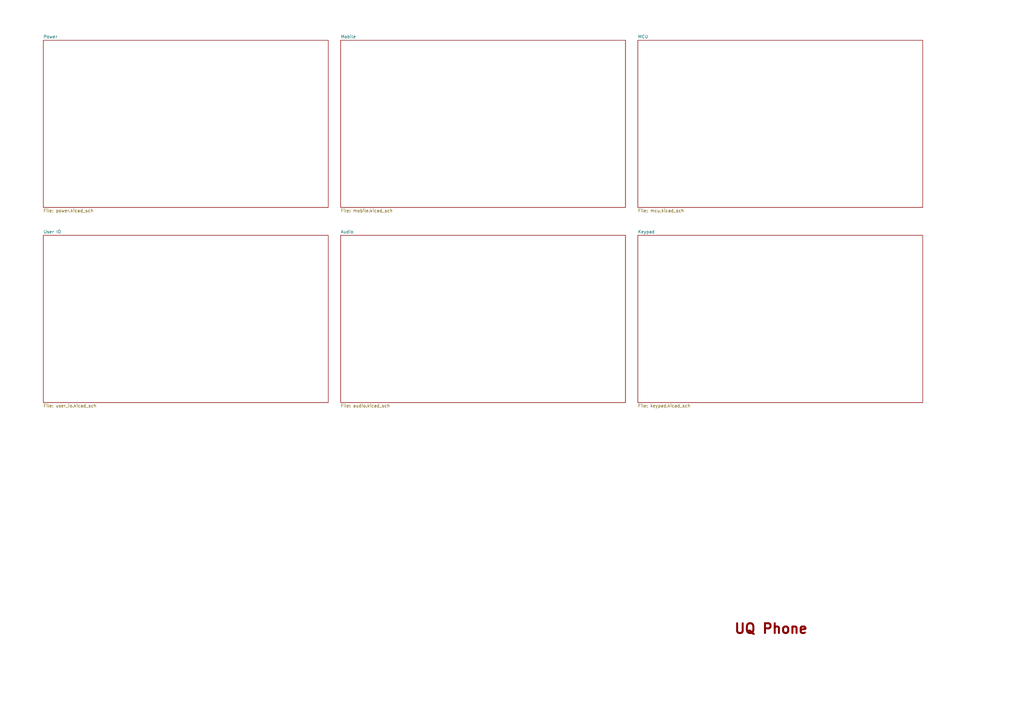
<source format=kicad_sch>
(kicad_sch
	(version 20250114)
	(generator "eeschema")
	(generator_version "9.0")
	(uuid "14f57415-6807-40a5-bb38-3cb818a2cdae")
	(paper "A3")
	(title_block
		(title "UQ Phone")
		(date "2025-09-05")
		(rev "0.2.0")
		(company "The University of Queensland")
		(comment 1 "James Wood")
	)
	(lib_symbols)
	(text "UQ Phone"
		(exclude_from_sim no)
		(at 316.23 258.064 0)
		(effects
			(font
				(size 4 4)
				(thickness 0.8)
				(bold yes)
				(color 132 0 0 1)
			)
		)
		(uuid "acdc222a-867b-4c3c-9464-18ed378f936c")
	)
	(sheet
		(at 17.78 96.52)
		(size 116.84 68.58)
		(exclude_from_sim no)
		(in_bom yes)
		(on_board yes)
		(dnp no)
		(fields_autoplaced yes)
		(stroke
			(width 0.1524)
			(type solid)
		)
		(fill
			(color 0 0 0 0.0000)
		)
		(uuid "3e1644a6-29e0-4613-bdce-8513434c26aa")
		(property "Sheetname" "User IO"
			(at 17.78 95.8084 0)
			(effects
				(font
					(size 1.27 1.27)
				)
				(justify left bottom)
			)
		)
		(property "Sheetfile" "user_io.kicad_sch"
			(at 17.78 165.6846 0)
			(effects
				(font
					(size 1.27 1.27)
				)
				(justify left top)
			)
		)
		(instances
			(project "uq_phone"
				(path "/14f57415-6807-40a5-bb38-3cb818a2cdae"
					(page "5")
				)
			)
		)
	)
	(sheet
		(at 139.7 16.51)
		(size 116.84 68.58)
		(exclude_from_sim no)
		(in_bom yes)
		(on_board yes)
		(dnp no)
		(fields_autoplaced yes)
		(stroke
			(width 0.1524)
			(type solid)
		)
		(fill
			(color 0 0 0 0.0000)
		)
		(uuid "7b044aa4-5304-4653-927f-15b0f7e69857")
		(property "Sheetname" "Mobile"
			(at 139.7 15.7984 0)
			(effects
				(font
					(size 1.27 1.27)
				)
				(justify left bottom)
			)
		)
		(property "Sheetfile" "mobile.kicad_sch"
			(at 139.7 85.6746 0)
			(effects
				(font
					(size 1.27 1.27)
				)
				(justify left top)
			)
		)
		(instances
			(project "uq_phone"
				(path "/14f57415-6807-40a5-bb38-3cb818a2cdae"
					(page "3")
				)
			)
		)
	)
	(sheet
		(at 261.62 16.51)
		(size 116.84 68.58)
		(exclude_from_sim no)
		(in_bom yes)
		(on_board yes)
		(dnp no)
		(fields_autoplaced yes)
		(stroke
			(width 0.1524)
			(type solid)
		)
		(fill
			(color 0 0 0 0.0000)
		)
		(uuid "ae53d2cb-b3f2-4714-9a2c-ad5dc2e43dd7")
		(property "Sheetname" "MCU"
			(at 261.62 15.7984 0)
			(effects
				(font
					(size 1.27 1.27)
				)
				(justify left bottom)
			)
		)
		(property "Sheetfile" "mcu.kicad_sch"
			(at 261.62 85.6746 0)
			(effects
				(font
					(size 1.27 1.27)
				)
				(justify left top)
			)
		)
		(instances
			(project "uq_phone"
				(path "/14f57415-6807-40a5-bb38-3cb818a2cdae"
					(page "4")
				)
			)
		)
	)
	(sheet
		(at 139.7 96.52)
		(size 116.84 68.58)
		(exclude_from_sim no)
		(in_bom yes)
		(on_board yes)
		(dnp no)
		(fields_autoplaced yes)
		(stroke
			(width 0.1524)
			(type solid)
		)
		(fill
			(color 0 0 0 0.0000)
		)
		(uuid "e19f4f8c-44cb-4a36-b4d3-60ff6ff42a2f")
		(property "Sheetname" "Audio"
			(at 139.7 95.8084 0)
			(effects
				(font
					(size 1.27 1.27)
				)
				(justify left bottom)
			)
		)
		(property "Sheetfile" "audio.kicad_sch"
			(at 139.7 165.6846 0)
			(effects
				(font
					(size 1.27 1.27)
				)
				(justify left top)
			)
		)
		(instances
			(project "uq_phone"
				(path "/14f57415-6807-40a5-bb38-3cb818a2cdae"
					(page "6")
				)
			)
		)
	)
	(sheet
		(at 17.78 16.51)
		(size 116.84 68.58)
		(exclude_from_sim no)
		(in_bom yes)
		(on_board yes)
		(dnp no)
		(fields_autoplaced yes)
		(stroke
			(width 0.1524)
			(type solid)
		)
		(fill
			(color 0 0 0 0.0000)
		)
		(uuid "e697a7f0-03cd-4a38-a369-080a37468a6a")
		(property "Sheetname" "Power"
			(at 17.78 15.7984 0)
			(effects
				(font
					(size 1.27 1.27)
				)
				(justify left bottom)
			)
		)
		(property "Sheetfile" "power.kicad_sch"
			(at 17.78 85.6746 0)
			(effects
				(font
					(size 1.27 1.27)
				)
				(justify left top)
			)
		)
		(instances
			(project "uq_phone"
				(path "/14f57415-6807-40a5-bb38-3cb818a2cdae"
					(page "2")
				)
			)
		)
	)
	(sheet
		(at 261.62 96.52)
		(size 116.84 68.58)
		(exclude_from_sim no)
		(in_bom yes)
		(on_board yes)
		(dnp no)
		(fields_autoplaced yes)
		(stroke
			(width 0.1524)
			(type solid)
		)
		(fill
			(color 0 0 0 0.0000)
		)
		(uuid "f23e268a-469e-43b6-84c9-7924a6d2bdbb")
		(property "Sheetname" "Keypad"
			(at 261.62 95.8084 0)
			(effects
				(font
					(size 1.27 1.27)
				)
				(justify left bottom)
			)
		)
		(property "Sheetfile" "keypad.kicad_sch"
			(at 261.62 165.6846 0)
			(effects
				(font
					(size 1.27 1.27)
				)
				(justify left top)
			)
		)
		(instances
			(project "uq_phone"
				(path "/14f57415-6807-40a5-bb38-3cb818a2cdae"
					(page "7")
				)
			)
		)
	)
	(sheet_instances
		(path "/"
			(page "1")
		)
	)
	(embedded_fonts no)
)

</source>
